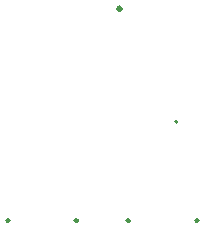
<source format=gbr>
%TF.GenerationSoftware,KiCad,Pcbnew,7.99.0-2389-gf842e6ac7a*%
%TF.CreationDate,2023-09-28T17:07:59+02:00*%
%TF.ProjectId,ESP32 PD Module,45535033-3220-4504-9420-4d6f64756c65,rev?*%
%TF.SameCoordinates,Original*%
%TF.FileFunction,Other,Comment*%
%FSLAX46Y46*%
G04 Gerber Fmt 4.6, Leading zero omitted, Abs format (unit mm)*
G04 Created by KiCad (PCBNEW 7.99.0-2389-gf842e6ac7a) date 2023-09-28 17:07:59*
%MOMM*%
%LPD*%
G01*
G04 APERTURE LIST*
%ADD10C,0.250000*%
%ADD11C,0.300000*%
%ADD12C,0.200000*%
G04 APERTURE END LIST*
D10*
%TO.C,USB2*%
X57620000Y-99520000D02*
G75*
G02*
X57620000Y-99520000I-120000J0D01*
G01*
X51820000Y-99520000D02*
G75*
G02*
X51820000Y-99520000I-120000J0D01*
G01*
D11*
%TO.C,U4*%
X61290000Y-81590000D02*
G75*
G02*
X61290000Y-81590000I-150000J0D01*
G01*
D12*
%TO.C,U3*%
X66070000Y-91130000D02*
G75*
G02*
X66070000Y-91130000I-100000J0D01*
G01*
D10*
%TO.C,USB1*%
X62020000Y-99520000D02*
G75*
G02*
X62020000Y-99520000I-120000J0D01*
G01*
X67820000Y-99520000D02*
G75*
G02*
X67820000Y-99520000I-120000J0D01*
G01*
%TD*%
M02*

</source>
